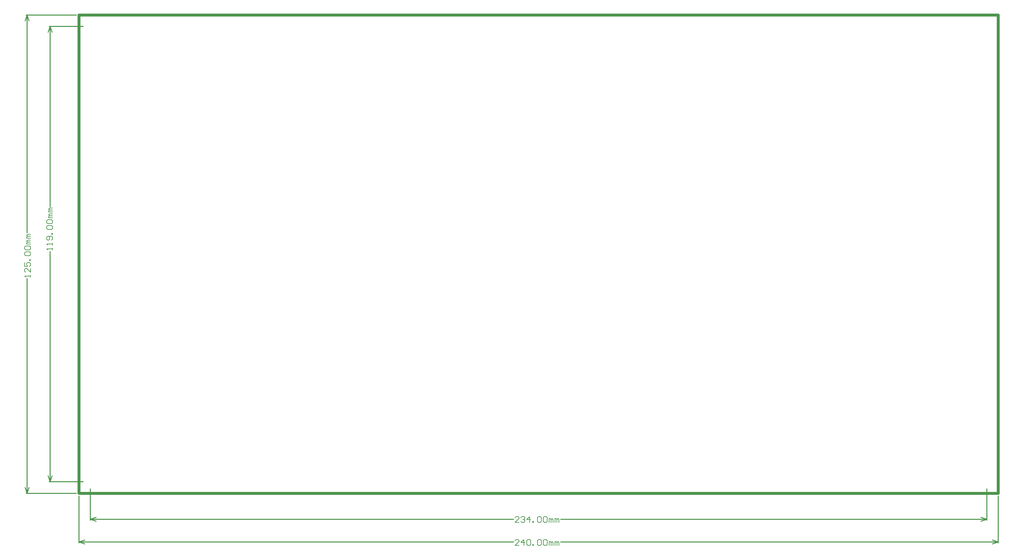
<source format=gm1>
G04 Layer_Color=16711935*
%FSLAX43Y43*%
%MOMM*%
G71*
G01*
G75*
%ADD53C,0.800*%
%ADD59C,0.254*%
%ADD100C,0.152*%
D53*
X250000Y0D02*
Y125000D01*
X10000D02*
X250000D01*
X10000Y0D02*
Y125000D01*
Y0D02*
X250000D01*
D59*
X247000Y-7004D02*
Y1144D01*
X13000Y-7004D02*
Y1144D01*
X135713Y-6750D02*
X247000D01*
X13000D02*
X123474D01*
X245476Y-6242D02*
X247000Y-6750D01*
X245476Y-7258D02*
X247000Y-6750D01*
X13000D02*
X14524Y-7258D01*
X13000Y-6750D02*
X14524Y-6242D01*
X2246Y3000D02*
X11144D01*
X2246Y122000D02*
X11144D01*
X2500Y3000D02*
Y63144D01*
Y74875D02*
Y122000D01*
Y3000D02*
X3008Y4524D01*
X1992D02*
X2500Y3000D01*
X1992Y120476D02*
X2500Y122000D01*
X3008Y120476D01*
X-3754Y125000D02*
X9346D01*
X-3754Y0D02*
X9346D01*
X-3500Y68086D02*
Y125000D01*
Y0D02*
Y56101D01*
X-4008Y123476D02*
X-3500Y125000D01*
X-2992Y123476D01*
X-3500Y0D02*
X-2992Y1524D01*
X-4008D02*
X-3500Y0D01*
X250000Y-12979D02*
Y-654D01*
X10000Y-12979D02*
Y-654D01*
X135713Y-12725D02*
X250000D01*
X10000D02*
X123474D01*
X248476Y-12217D02*
X250000Y-12725D01*
X248476Y-13233D02*
X250000Y-12725D01*
X10000D02*
X11524Y-13233D01*
X10000Y-12725D02*
X11524Y-12217D01*
D100*
X124896Y-7664D02*
X123880D01*
X124896Y-6648D01*
Y-6395D01*
X124642Y-6141D01*
X124134D01*
X123880Y-6395D01*
X125404D02*
X125658Y-6141D01*
X126166D01*
X126420Y-6395D01*
Y-6648D01*
X126166Y-6902D01*
X125912D01*
X126166D01*
X126420Y-7156D01*
Y-7410D01*
X126166Y-7664D01*
X125658D01*
X125404Y-7410D01*
X127689Y-7664D02*
Y-6141D01*
X126927Y-6902D01*
X127943D01*
X128451Y-7664D02*
Y-7410D01*
X128705D01*
Y-7664D01*
X128451D01*
X129721Y-6395D02*
X129974Y-6141D01*
X130482D01*
X130736Y-6395D01*
Y-7410D01*
X130482Y-7664D01*
X129974D01*
X129721Y-7410D01*
Y-6395D01*
X131244D02*
X131498Y-6141D01*
X132006D01*
X132260Y-6395D01*
Y-7410D01*
X132006Y-7664D01*
X131498D01*
X131244Y-7410D01*
Y-6395D01*
X132768Y-7664D02*
Y-6648D01*
X133021D01*
X133275Y-6902D01*
Y-7664D01*
Y-6902D01*
X133529Y-6648D01*
X133783Y-6902D01*
Y-7664D01*
X134291D02*
Y-6648D01*
X134545D01*
X134799Y-6902D01*
Y-7664D01*
Y-6902D01*
X135053Y-6648D01*
X135307Y-6902D01*
Y-7664D01*
X3150Y63550D02*
Y64058D01*
Y63804D01*
X1626D01*
X1880Y63550D01*
X3150Y64820D02*
Y65327D01*
Y65074D01*
X1626D01*
X1880Y64820D01*
X2896Y66089D02*
X3150Y66343D01*
Y66851D01*
X2896Y67105D01*
X1880D01*
X1626Y66851D01*
Y66343D01*
X1880Y66089D01*
X2134D01*
X2388Y66343D01*
Y67105D01*
X3150Y67613D02*
X2896D01*
Y67867D01*
X3150D01*
Y67613D01*
X1880Y68882D02*
X1626Y69136D01*
Y69644D01*
X1880Y69898D01*
X2896D01*
X3150Y69644D01*
Y69136D01*
X2896Y68882D01*
X1880D01*
Y70406D02*
X1626Y70660D01*
Y71168D01*
X1880Y71421D01*
X2896D01*
X3150Y71168D01*
Y70660D01*
X2896Y70406D01*
X1880D01*
X3150Y71929D02*
X2134D01*
Y72183D01*
X2388Y72437D01*
X3150D01*
X2388D01*
X2134Y72691D01*
X2388Y72945D01*
X3150D01*
Y73453D02*
X2134D01*
Y73707D01*
X2388Y73961D01*
X3150D01*
X2388D01*
X2134Y74215D01*
X2388Y74468D01*
X3150D01*
X-2586Y56507D02*
Y57015D01*
Y56761D01*
X-4109D01*
X-3855Y56507D01*
X-2586Y58793D02*
Y57777D01*
X-3602Y58793D01*
X-3855D01*
X-4109Y58539D01*
Y58031D01*
X-3855Y57777D01*
X-4109Y60316D02*
Y59300D01*
X-3348D01*
X-3602Y59808D01*
Y60062D01*
X-3348Y60316D01*
X-2840D01*
X-2586Y60062D01*
Y59554D01*
X-2840Y59300D01*
X-2586Y60824D02*
X-2840D01*
Y61078D01*
X-2586D01*
Y60824D01*
X-3855Y62094D02*
X-4109Y62348D01*
Y62855D01*
X-3855Y63109D01*
X-2840D01*
X-2586Y62855D01*
Y62348D01*
X-2840Y62094D01*
X-3855D01*
Y63617D02*
X-4109Y63871D01*
Y64379D01*
X-3855Y64633D01*
X-2840D01*
X-2586Y64379D01*
Y63871D01*
X-2840Y63617D01*
X-3855D01*
X-2586Y65141D02*
X-3602D01*
Y65395D01*
X-3348Y65648D01*
X-2586D01*
X-3348D01*
X-3602Y65902D01*
X-3348Y66156D01*
X-2586D01*
Y66664D02*
X-3602D01*
Y66918D01*
X-3348Y67172D01*
X-2586D01*
X-3348D01*
X-3602Y67426D01*
X-3348Y67680D01*
X-2586D01*
X124896Y-13639D02*
X123880D01*
X124896Y-12623D01*
Y-12370D01*
X124642Y-12116D01*
X124134D01*
X123880Y-12370D01*
X126166Y-13639D02*
Y-12116D01*
X125404Y-12877D01*
X126420D01*
X126927Y-12370D02*
X127181Y-12116D01*
X127689D01*
X127943Y-12370D01*
Y-13385D01*
X127689Y-13639D01*
X127181D01*
X126927Y-13385D01*
Y-12370D01*
X128451Y-13639D02*
Y-13385D01*
X128705D01*
Y-13639D01*
X128451D01*
X129721Y-12370D02*
X129974Y-12116D01*
X130482D01*
X130736Y-12370D01*
Y-13385D01*
X130482Y-13639D01*
X129974D01*
X129721Y-13385D01*
Y-12370D01*
X131244D02*
X131498Y-12116D01*
X132006D01*
X132260Y-12370D01*
Y-13385D01*
X132006Y-13639D01*
X131498D01*
X131244Y-13385D01*
Y-12370D01*
X132768Y-13639D02*
Y-12623D01*
X133021D01*
X133275Y-12877D01*
Y-13639D01*
Y-12877D01*
X133529Y-12623D01*
X133783Y-12877D01*
Y-13639D01*
X134291D02*
Y-12623D01*
X134545D01*
X134799Y-12877D01*
Y-13639D01*
Y-12877D01*
X135053Y-12623D01*
X135307Y-12877D01*
Y-13639D01*
M02*

</source>
